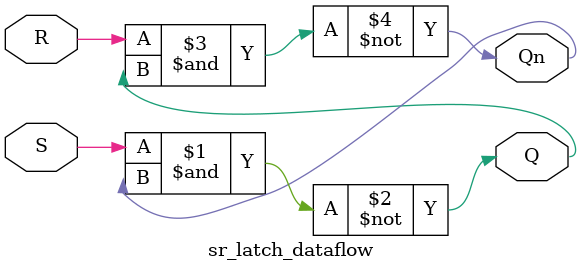
<source format=v>
`timescale 1ns / 1ps
module sr_latch_dataflow (
    input       S,          // Inputs
    input       R,          // 
    output      Q,          // Output
    output      Qn);      //

    // NAND1
    assign Q = ~(S & Qn);

    // NAND2
    assign Qn = ~(R & Q);

endmodule
</source>
